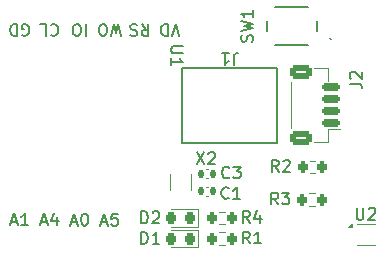
<source format=gbr>
%TF.GenerationSoftware,KiCad,Pcbnew,8.0.2*%
%TF.CreationDate,2024-05-18T21:01:54+12:00*%
%TF.ProjectId,yuzu-pcb,79757a75-2d70-4636-922e-6b696361645f,rev?*%
%TF.SameCoordinates,Original*%
%TF.FileFunction,Legend,Top*%
%TF.FilePolarity,Positive*%
%FSLAX46Y46*%
G04 Gerber Fmt 4.6, Leading zero omitted, Abs format (unit mm)*
G04 Created by KiCad (PCBNEW 8.0.2) date 2024-05-18 21:01:54*
%MOMM*%
%LPD*%
G01*
G04 APERTURE LIST*
G04 Aperture macros list*
%AMRoundRect*
0 Rectangle with rounded corners*
0 $1 Rounding radius*
0 $2 $3 $4 $5 $6 $7 $8 $9 X,Y pos of 4 corners*
0 Add a 4 corners polygon primitive as box body*
4,1,4,$2,$3,$4,$5,$6,$7,$8,$9,$2,$3,0*
0 Add four circle primitives for the rounded corners*
1,1,$1+$1,$2,$3*
1,1,$1+$1,$4,$5*
1,1,$1+$1,$6,$7*
1,1,$1+$1,$8,$9*
0 Add four rect primitives between the rounded corners*
20,1,$1+$1,$2,$3,$4,$5,0*
20,1,$1+$1,$4,$5,$6,$7,0*
20,1,$1+$1,$6,$7,$8,$9,0*
20,1,$1+$1,$8,$9,$2,$3,0*%
G04 Aperture macros list end*
%ADD10C,0.150000*%
%ADD11C,0.120000*%
%ADD12C,0.200000*%
%ADD13C,0.100000*%
%ADD14RoundRect,0.200000X0.200000X0.275000X-0.200000X0.275000X-0.200000X-0.275000X0.200000X-0.275000X0*%
%ADD15RoundRect,0.150000X0.625000X-0.150000X0.625000X0.150000X-0.625000X0.150000X-0.625000X-0.150000X0*%
%ADD16RoundRect,0.250000X0.650000X-0.350000X0.650000X0.350000X-0.650000X0.350000X-0.650000X-0.350000X0*%
%ADD17RoundRect,0.218750X0.218750X0.256250X-0.218750X0.256250X-0.218750X-0.256250X0.218750X-0.256250X0*%
%ADD18C,2.540000*%
%ADD19R,1.800000X1.000000*%
%ADD20RoundRect,0.140000X-0.140000X-0.170000X0.140000X-0.170000X0.140000X0.170000X-0.140000X0.170000X0*%
%ADD21C,1.878000*%
%ADD22RoundRect,0.200000X-0.200000X-0.275000X0.200000X-0.275000X0.200000X0.275000X-0.200000X0.275000X0*%
%ADD23R,0.500000X0.300000*%
%ADD24C,3.911600*%
%ADD25R,2.790000X0.740000*%
%ADD26R,0.800000X1.000000*%
%ADD27R,0.800000X0.999700*%
%ADD28R,1.000000X0.800000*%
%ADD29R,1.200000X0.800000*%
%ADD30R,1.000000X0.745000*%
%ADD31R,1.000000X0.765000*%
%ADD32R,1.000000X0.785000*%
%ADD33R,0.800000X1.200000*%
%ADD34R,1.000000X0.700000*%
G04 APERTURE END LIST*
D10*
X127623333Y-115454819D02*
X127290000Y-114978628D01*
X127051905Y-115454819D02*
X127051905Y-114454819D01*
X127051905Y-114454819D02*
X127432857Y-114454819D01*
X127432857Y-114454819D02*
X127528095Y-114502438D01*
X127528095Y-114502438D02*
X127575714Y-114550057D01*
X127575714Y-114550057D02*
X127623333Y-114645295D01*
X127623333Y-114645295D02*
X127623333Y-114788152D01*
X127623333Y-114788152D02*
X127575714Y-114883390D01*
X127575714Y-114883390D02*
X127528095Y-114931009D01*
X127528095Y-114931009D02*
X127432857Y-114978628D01*
X127432857Y-114978628D02*
X127051905Y-114978628D01*
X128004286Y-114550057D02*
X128051905Y-114502438D01*
X128051905Y-114502438D02*
X128147143Y-114454819D01*
X128147143Y-114454819D02*
X128385238Y-114454819D01*
X128385238Y-114454819D02*
X128480476Y-114502438D01*
X128480476Y-114502438D02*
X128528095Y-114550057D01*
X128528095Y-114550057D02*
X128575714Y-114645295D01*
X128575714Y-114645295D02*
X128575714Y-114740533D01*
X128575714Y-114740533D02*
X128528095Y-114883390D01*
X128528095Y-114883390D02*
X127956667Y-115454819D01*
X127956667Y-115454819D02*
X128575714Y-115454819D01*
X133654819Y-107983333D02*
X134369104Y-107983333D01*
X134369104Y-107983333D02*
X134511961Y-108030952D01*
X134511961Y-108030952D02*
X134607200Y-108126190D01*
X134607200Y-108126190D02*
X134654819Y-108269047D01*
X134654819Y-108269047D02*
X134654819Y-108364285D01*
X133750057Y-107554761D02*
X133702438Y-107507142D01*
X133702438Y-107507142D02*
X133654819Y-107411904D01*
X133654819Y-107411904D02*
X133654819Y-107173809D01*
X133654819Y-107173809D02*
X133702438Y-107078571D01*
X133702438Y-107078571D02*
X133750057Y-107030952D01*
X133750057Y-107030952D02*
X133845295Y-106983333D01*
X133845295Y-106983333D02*
X133940533Y-106983333D01*
X133940533Y-106983333D02*
X134083390Y-107030952D01*
X134083390Y-107030952D02*
X134654819Y-107602380D01*
X134654819Y-107602380D02*
X134654819Y-106983333D01*
X116001905Y-119804819D02*
X116001905Y-118804819D01*
X116001905Y-118804819D02*
X116240000Y-118804819D01*
X116240000Y-118804819D02*
X116382857Y-118852438D01*
X116382857Y-118852438D02*
X116478095Y-118947676D01*
X116478095Y-118947676D02*
X116525714Y-119042914D01*
X116525714Y-119042914D02*
X116573333Y-119233390D01*
X116573333Y-119233390D02*
X116573333Y-119376247D01*
X116573333Y-119376247D02*
X116525714Y-119566723D01*
X116525714Y-119566723D02*
X116478095Y-119661961D01*
X116478095Y-119661961D02*
X116382857Y-119757200D01*
X116382857Y-119757200D02*
X116240000Y-119804819D01*
X116240000Y-119804819D02*
X116001905Y-119804819D01*
X116954286Y-118900057D02*
X117001905Y-118852438D01*
X117001905Y-118852438D02*
X117097143Y-118804819D01*
X117097143Y-118804819D02*
X117335238Y-118804819D01*
X117335238Y-118804819D02*
X117430476Y-118852438D01*
X117430476Y-118852438D02*
X117478095Y-118900057D01*
X117478095Y-118900057D02*
X117525714Y-118995295D01*
X117525714Y-118995295D02*
X117525714Y-119090533D01*
X117525714Y-119090533D02*
X117478095Y-119233390D01*
X117478095Y-119233390D02*
X116906667Y-119804819D01*
X116906667Y-119804819D02*
X117525714Y-119804819D01*
X120680476Y-113804819D02*
X121347142Y-114804819D01*
X121347142Y-113804819D02*
X120680476Y-114804819D01*
X121680476Y-113900057D02*
X121728095Y-113852438D01*
X121728095Y-113852438D02*
X121823333Y-113804819D01*
X121823333Y-113804819D02*
X122061428Y-113804819D01*
X122061428Y-113804819D02*
X122156666Y-113852438D01*
X122156666Y-113852438D02*
X122204285Y-113900057D01*
X122204285Y-113900057D02*
X122251904Y-113995295D01*
X122251904Y-113995295D02*
X122251904Y-114090533D01*
X122251904Y-114090533D02*
X122204285Y-114233390D01*
X122204285Y-114233390D02*
X121632857Y-114804819D01*
X121632857Y-114804819D02*
X122251904Y-114804819D01*
X123453333Y-115909580D02*
X123405714Y-115957200D01*
X123405714Y-115957200D02*
X123262857Y-116004819D01*
X123262857Y-116004819D02*
X123167619Y-116004819D01*
X123167619Y-116004819D02*
X123024762Y-115957200D01*
X123024762Y-115957200D02*
X122929524Y-115861961D01*
X122929524Y-115861961D02*
X122881905Y-115766723D01*
X122881905Y-115766723D02*
X122834286Y-115576247D01*
X122834286Y-115576247D02*
X122834286Y-115433390D01*
X122834286Y-115433390D02*
X122881905Y-115242914D01*
X122881905Y-115242914D02*
X122929524Y-115147676D01*
X122929524Y-115147676D02*
X123024762Y-115052438D01*
X123024762Y-115052438D02*
X123167619Y-115004819D01*
X123167619Y-115004819D02*
X123262857Y-115004819D01*
X123262857Y-115004819D02*
X123405714Y-115052438D01*
X123405714Y-115052438D02*
X123453333Y-115100057D01*
X123786667Y-115004819D02*
X124405714Y-115004819D01*
X124405714Y-115004819D02*
X124072381Y-115385771D01*
X124072381Y-115385771D02*
X124215238Y-115385771D01*
X124215238Y-115385771D02*
X124310476Y-115433390D01*
X124310476Y-115433390D02*
X124358095Y-115481009D01*
X124358095Y-115481009D02*
X124405714Y-115576247D01*
X124405714Y-115576247D02*
X124405714Y-115814342D01*
X124405714Y-115814342D02*
X124358095Y-115909580D01*
X124358095Y-115909580D02*
X124310476Y-115957200D01*
X124310476Y-115957200D02*
X124215238Y-116004819D01*
X124215238Y-116004819D02*
X123929524Y-116004819D01*
X123929524Y-116004819D02*
X123834286Y-115957200D01*
X123834286Y-115957200D02*
X123786667Y-115909580D01*
X127583333Y-118204819D02*
X127250000Y-117728628D01*
X127011905Y-118204819D02*
X127011905Y-117204819D01*
X127011905Y-117204819D02*
X127392857Y-117204819D01*
X127392857Y-117204819D02*
X127488095Y-117252438D01*
X127488095Y-117252438D02*
X127535714Y-117300057D01*
X127535714Y-117300057D02*
X127583333Y-117395295D01*
X127583333Y-117395295D02*
X127583333Y-117538152D01*
X127583333Y-117538152D02*
X127535714Y-117633390D01*
X127535714Y-117633390D02*
X127488095Y-117681009D01*
X127488095Y-117681009D02*
X127392857Y-117728628D01*
X127392857Y-117728628D02*
X127011905Y-117728628D01*
X127916667Y-117204819D02*
X128535714Y-117204819D01*
X128535714Y-117204819D02*
X128202381Y-117585771D01*
X128202381Y-117585771D02*
X128345238Y-117585771D01*
X128345238Y-117585771D02*
X128440476Y-117633390D01*
X128440476Y-117633390D02*
X128488095Y-117681009D01*
X128488095Y-117681009D02*
X128535714Y-117776247D01*
X128535714Y-117776247D02*
X128535714Y-118014342D01*
X128535714Y-118014342D02*
X128488095Y-118109580D01*
X128488095Y-118109580D02*
X128440476Y-118157200D01*
X128440476Y-118157200D02*
X128345238Y-118204819D01*
X128345238Y-118204819D02*
X128059524Y-118204819D01*
X128059524Y-118204819D02*
X127964286Y-118157200D01*
X127964286Y-118157200D02*
X127916667Y-118109580D01*
X110065714Y-119719104D02*
X110541904Y-119719104D01*
X109970476Y-120004819D02*
X110303809Y-119004819D01*
X110303809Y-119004819D02*
X110637142Y-120004819D01*
X111160952Y-119004819D02*
X111256190Y-119004819D01*
X111256190Y-119004819D02*
X111351428Y-119052438D01*
X111351428Y-119052438D02*
X111399047Y-119100057D01*
X111399047Y-119100057D02*
X111446666Y-119195295D01*
X111446666Y-119195295D02*
X111494285Y-119385771D01*
X111494285Y-119385771D02*
X111494285Y-119623866D01*
X111494285Y-119623866D02*
X111446666Y-119814342D01*
X111446666Y-119814342D02*
X111399047Y-119909580D01*
X111399047Y-119909580D02*
X111351428Y-119957200D01*
X111351428Y-119957200D02*
X111256190Y-120004819D01*
X111256190Y-120004819D02*
X111160952Y-120004819D01*
X111160952Y-120004819D02*
X111065714Y-119957200D01*
X111065714Y-119957200D02*
X111018095Y-119909580D01*
X111018095Y-119909580D02*
X110970476Y-119814342D01*
X110970476Y-119814342D02*
X110922857Y-119623866D01*
X110922857Y-119623866D02*
X110922857Y-119385771D01*
X110922857Y-119385771D02*
X110970476Y-119195295D01*
X110970476Y-119195295D02*
X111018095Y-119100057D01*
X111018095Y-119100057D02*
X111065714Y-119052438D01*
X111065714Y-119052438D02*
X111160952Y-119004819D01*
X107525714Y-119669104D02*
X108001904Y-119669104D01*
X107430476Y-119954819D02*
X107763809Y-118954819D01*
X107763809Y-118954819D02*
X108097142Y-119954819D01*
X108859047Y-119288152D02*
X108859047Y-119954819D01*
X108620952Y-118907200D02*
X108382857Y-119621485D01*
X108382857Y-119621485D02*
X109001904Y-119621485D01*
X116026666Y-102945180D02*
X116359999Y-103421371D01*
X116598094Y-102945180D02*
X116598094Y-103945180D01*
X116598094Y-103945180D02*
X116217142Y-103945180D01*
X116217142Y-103945180D02*
X116121904Y-103897561D01*
X116121904Y-103897561D02*
X116074285Y-103849942D01*
X116074285Y-103849942D02*
X116026666Y-103754704D01*
X116026666Y-103754704D02*
X116026666Y-103611847D01*
X116026666Y-103611847D02*
X116074285Y-103516609D01*
X116074285Y-103516609D02*
X116121904Y-103468990D01*
X116121904Y-103468990D02*
X116217142Y-103421371D01*
X116217142Y-103421371D02*
X116598094Y-103421371D01*
X115645713Y-102992800D02*
X115502856Y-102945180D01*
X115502856Y-102945180D02*
X115264761Y-102945180D01*
X115264761Y-102945180D02*
X115169523Y-102992800D01*
X115169523Y-102992800D02*
X115121904Y-103040419D01*
X115121904Y-103040419D02*
X115074285Y-103135657D01*
X115074285Y-103135657D02*
X115074285Y-103230895D01*
X115074285Y-103230895D02*
X115121904Y-103326133D01*
X115121904Y-103326133D02*
X115169523Y-103373752D01*
X115169523Y-103373752D02*
X115264761Y-103421371D01*
X115264761Y-103421371D02*
X115455237Y-103468990D01*
X115455237Y-103468990D02*
X115550475Y-103516609D01*
X115550475Y-103516609D02*
X115598094Y-103564228D01*
X115598094Y-103564228D02*
X115645713Y-103659466D01*
X115645713Y-103659466D02*
X115645713Y-103754704D01*
X115645713Y-103754704D02*
X115598094Y-103849942D01*
X115598094Y-103849942D02*
X115550475Y-103897561D01*
X115550475Y-103897561D02*
X115455237Y-103945180D01*
X115455237Y-103945180D02*
X115217142Y-103945180D01*
X115217142Y-103945180D02*
X115074285Y-103897561D01*
X125203333Y-121504819D02*
X124870000Y-121028628D01*
X124631905Y-121504819D02*
X124631905Y-120504819D01*
X124631905Y-120504819D02*
X125012857Y-120504819D01*
X125012857Y-120504819D02*
X125108095Y-120552438D01*
X125108095Y-120552438D02*
X125155714Y-120600057D01*
X125155714Y-120600057D02*
X125203333Y-120695295D01*
X125203333Y-120695295D02*
X125203333Y-120838152D01*
X125203333Y-120838152D02*
X125155714Y-120933390D01*
X125155714Y-120933390D02*
X125108095Y-120981009D01*
X125108095Y-120981009D02*
X125012857Y-121028628D01*
X125012857Y-121028628D02*
X124631905Y-121028628D01*
X126155714Y-121504819D02*
X125584286Y-121504819D01*
X125870000Y-121504819D02*
X125870000Y-120504819D01*
X125870000Y-120504819D02*
X125774762Y-120647676D01*
X125774762Y-120647676D02*
X125679524Y-120742914D01*
X125679524Y-120742914D02*
X125584286Y-120790533D01*
X112605714Y-119719104D02*
X113081904Y-119719104D01*
X112510476Y-120004819D02*
X112843809Y-119004819D01*
X112843809Y-119004819D02*
X113177142Y-120004819D01*
X113986666Y-119004819D02*
X113510476Y-119004819D01*
X113510476Y-119004819D02*
X113462857Y-119481009D01*
X113462857Y-119481009D02*
X113510476Y-119433390D01*
X113510476Y-119433390D02*
X113605714Y-119385771D01*
X113605714Y-119385771D02*
X113843809Y-119385771D01*
X113843809Y-119385771D02*
X113939047Y-119433390D01*
X113939047Y-119433390D02*
X113986666Y-119481009D01*
X113986666Y-119481009D02*
X114034285Y-119576247D01*
X114034285Y-119576247D02*
X114034285Y-119814342D01*
X114034285Y-119814342D02*
X113986666Y-119909580D01*
X113986666Y-119909580D02*
X113939047Y-119957200D01*
X113939047Y-119957200D02*
X113843809Y-120004819D01*
X113843809Y-120004819D02*
X113605714Y-120004819D01*
X113605714Y-120004819D02*
X113510476Y-119957200D01*
X113510476Y-119957200D02*
X113462857Y-119909580D01*
X134238095Y-118504819D02*
X134238095Y-119314342D01*
X134238095Y-119314342D02*
X134285714Y-119409580D01*
X134285714Y-119409580D02*
X134333333Y-119457200D01*
X134333333Y-119457200D02*
X134428571Y-119504819D01*
X134428571Y-119504819D02*
X134619047Y-119504819D01*
X134619047Y-119504819D02*
X134714285Y-119457200D01*
X134714285Y-119457200D02*
X134761904Y-119409580D01*
X134761904Y-119409580D02*
X134809523Y-119314342D01*
X134809523Y-119314342D02*
X134809523Y-118504819D01*
X135238095Y-118600057D02*
X135285714Y-118552438D01*
X135285714Y-118552438D02*
X135380952Y-118504819D01*
X135380952Y-118504819D02*
X135619047Y-118504819D01*
X135619047Y-118504819D02*
X135714285Y-118552438D01*
X135714285Y-118552438D02*
X135761904Y-118600057D01*
X135761904Y-118600057D02*
X135809523Y-118695295D01*
X135809523Y-118695295D02*
X135809523Y-118790533D01*
X135809523Y-118790533D02*
X135761904Y-118933390D01*
X135761904Y-118933390D02*
X135190476Y-119504819D01*
X135190476Y-119504819D02*
X135809523Y-119504819D01*
X108335238Y-103040419D02*
X108382857Y-102992800D01*
X108382857Y-102992800D02*
X108525714Y-102945180D01*
X108525714Y-102945180D02*
X108620952Y-102945180D01*
X108620952Y-102945180D02*
X108763809Y-102992800D01*
X108763809Y-102992800D02*
X108859047Y-103088038D01*
X108859047Y-103088038D02*
X108906666Y-103183276D01*
X108906666Y-103183276D02*
X108954285Y-103373752D01*
X108954285Y-103373752D02*
X108954285Y-103516609D01*
X108954285Y-103516609D02*
X108906666Y-103707085D01*
X108906666Y-103707085D02*
X108859047Y-103802323D01*
X108859047Y-103802323D02*
X108763809Y-103897561D01*
X108763809Y-103897561D02*
X108620952Y-103945180D01*
X108620952Y-103945180D02*
X108525714Y-103945180D01*
X108525714Y-103945180D02*
X108382857Y-103897561D01*
X108382857Y-103897561D02*
X108335238Y-103849942D01*
X107430476Y-102945180D02*
X107906666Y-102945180D01*
X107906666Y-102945180D02*
X107906666Y-103945180D01*
X125203333Y-119754819D02*
X124870000Y-119278628D01*
X124631905Y-119754819D02*
X124631905Y-118754819D01*
X124631905Y-118754819D02*
X125012857Y-118754819D01*
X125012857Y-118754819D02*
X125108095Y-118802438D01*
X125108095Y-118802438D02*
X125155714Y-118850057D01*
X125155714Y-118850057D02*
X125203333Y-118945295D01*
X125203333Y-118945295D02*
X125203333Y-119088152D01*
X125203333Y-119088152D02*
X125155714Y-119183390D01*
X125155714Y-119183390D02*
X125108095Y-119231009D01*
X125108095Y-119231009D02*
X125012857Y-119278628D01*
X125012857Y-119278628D02*
X124631905Y-119278628D01*
X126060476Y-119088152D02*
X126060476Y-119754819D01*
X125822381Y-118707200D02*
X125584286Y-119421485D01*
X125584286Y-119421485D02*
X126203333Y-119421485D01*
X123403333Y-117659580D02*
X123355714Y-117707200D01*
X123355714Y-117707200D02*
X123212857Y-117754819D01*
X123212857Y-117754819D02*
X123117619Y-117754819D01*
X123117619Y-117754819D02*
X122974762Y-117707200D01*
X122974762Y-117707200D02*
X122879524Y-117611961D01*
X122879524Y-117611961D02*
X122831905Y-117516723D01*
X122831905Y-117516723D02*
X122784286Y-117326247D01*
X122784286Y-117326247D02*
X122784286Y-117183390D01*
X122784286Y-117183390D02*
X122831905Y-116992914D01*
X122831905Y-116992914D02*
X122879524Y-116897676D01*
X122879524Y-116897676D02*
X122974762Y-116802438D01*
X122974762Y-116802438D02*
X123117619Y-116754819D01*
X123117619Y-116754819D02*
X123212857Y-116754819D01*
X123212857Y-116754819D02*
X123355714Y-116802438D01*
X123355714Y-116802438D02*
X123403333Y-116850057D01*
X124355714Y-117754819D02*
X123784286Y-117754819D01*
X124070000Y-117754819D02*
X124070000Y-116754819D01*
X124070000Y-116754819D02*
X123974762Y-116897676D01*
X123974762Y-116897676D02*
X123879524Y-116992914D01*
X123879524Y-116992914D02*
X123784286Y-117040533D01*
X104985714Y-119669104D02*
X105461904Y-119669104D01*
X104890476Y-119954819D02*
X105223809Y-118954819D01*
X105223809Y-118954819D02*
X105557142Y-119954819D01*
X106414285Y-119954819D02*
X105842857Y-119954819D01*
X106128571Y-119954819D02*
X106128571Y-118954819D01*
X106128571Y-118954819D02*
X106033333Y-119097676D01*
X106033333Y-119097676D02*
X105938095Y-119192914D01*
X105938095Y-119192914D02*
X105842857Y-119240533D01*
X105938095Y-103897561D02*
X106033333Y-103945180D01*
X106033333Y-103945180D02*
X106176190Y-103945180D01*
X106176190Y-103945180D02*
X106319047Y-103897561D01*
X106319047Y-103897561D02*
X106414285Y-103802323D01*
X106414285Y-103802323D02*
X106461904Y-103707085D01*
X106461904Y-103707085D02*
X106509523Y-103516609D01*
X106509523Y-103516609D02*
X106509523Y-103373752D01*
X106509523Y-103373752D02*
X106461904Y-103183276D01*
X106461904Y-103183276D02*
X106414285Y-103088038D01*
X106414285Y-103088038D02*
X106319047Y-102992800D01*
X106319047Y-102992800D02*
X106176190Y-102945180D01*
X106176190Y-102945180D02*
X106080952Y-102945180D01*
X106080952Y-102945180D02*
X105938095Y-102992800D01*
X105938095Y-102992800D02*
X105890476Y-103040419D01*
X105890476Y-103040419D02*
X105890476Y-103373752D01*
X105890476Y-103373752D02*
X106080952Y-103373752D01*
X105461904Y-102945180D02*
X105461904Y-103945180D01*
X105461904Y-103945180D02*
X105223809Y-103945180D01*
X105223809Y-103945180D02*
X105080952Y-103897561D01*
X105080952Y-103897561D02*
X104985714Y-103802323D01*
X104985714Y-103802323D02*
X104938095Y-103707085D01*
X104938095Y-103707085D02*
X104890476Y-103516609D01*
X104890476Y-103516609D02*
X104890476Y-103373752D01*
X104890476Y-103373752D02*
X104938095Y-103183276D01*
X104938095Y-103183276D02*
X104985714Y-103088038D01*
X104985714Y-103088038D02*
X105080952Y-102992800D01*
X105080952Y-102992800D02*
X105223809Y-102945180D01*
X105223809Y-102945180D02*
X105461904Y-102945180D01*
X119233332Y-103945180D02*
X118899999Y-102945180D01*
X118899999Y-102945180D02*
X118566666Y-103945180D01*
X118233332Y-102945180D02*
X118233332Y-103945180D01*
X118233332Y-103945180D02*
X117995237Y-103945180D01*
X117995237Y-103945180D02*
X117852380Y-103897561D01*
X117852380Y-103897561D02*
X117757142Y-103802323D01*
X117757142Y-103802323D02*
X117709523Y-103707085D01*
X117709523Y-103707085D02*
X117661904Y-103516609D01*
X117661904Y-103516609D02*
X117661904Y-103373752D01*
X117661904Y-103373752D02*
X117709523Y-103183276D01*
X117709523Y-103183276D02*
X117757142Y-103088038D01*
X117757142Y-103088038D02*
X117852380Y-102992800D01*
X117852380Y-102992800D02*
X117995237Y-102945180D01*
X117995237Y-102945180D02*
X118233332Y-102945180D01*
X123823333Y-106395180D02*
X123823333Y-105680895D01*
X123823333Y-105680895D02*
X123870952Y-105538038D01*
X123870952Y-105538038D02*
X123966190Y-105442800D01*
X123966190Y-105442800D02*
X124109047Y-105395180D01*
X124109047Y-105395180D02*
X124204285Y-105395180D01*
X122823333Y-105395180D02*
X123394761Y-105395180D01*
X123109047Y-105395180D02*
X123109047Y-106395180D01*
X123109047Y-106395180D02*
X123204285Y-106252323D01*
X123204285Y-106252323D02*
X123299523Y-106157085D01*
X123299523Y-106157085D02*
X123394761Y-106109466D01*
X119535180Y-104838095D02*
X118725657Y-104838095D01*
X118725657Y-104838095D02*
X118630419Y-104885714D01*
X118630419Y-104885714D02*
X118582800Y-104933333D01*
X118582800Y-104933333D02*
X118535180Y-105028571D01*
X118535180Y-105028571D02*
X118535180Y-105219047D01*
X118535180Y-105219047D02*
X118582800Y-105314285D01*
X118582800Y-105314285D02*
X118630419Y-105361904D01*
X118630419Y-105361904D02*
X118725657Y-105409523D01*
X118725657Y-105409523D02*
X119535180Y-105409523D01*
X118535180Y-106409523D02*
X118535180Y-105838095D01*
X118535180Y-106123809D02*
X119535180Y-106123809D01*
X119535180Y-106123809D02*
X119392323Y-106028571D01*
X119392323Y-106028571D02*
X119297085Y-105933333D01*
X119297085Y-105933333D02*
X119249466Y-105838095D01*
X125397200Y-104433332D02*
X125444819Y-104290475D01*
X125444819Y-104290475D02*
X125444819Y-104052380D01*
X125444819Y-104052380D02*
X125397200Y-103957142D01*
X125397200Y-103957142D02*
X125349580Y-103909523D01*
X125349580Y-103909523D02*
X125254342Y-103861904D01*
X125254342Y-103861904D02*
X125159104Y-103861904D01*
X125159104Y-103861904D02*
X125063866Y-103909523D01*
X125063866Y-103909523D02*
X125016247Y-103957142D01*
X125016247Y-103957142D02*
X124968628Y-104052380D01*
X124968628Y-104052380D02*
X124921009Y-104242856D01*
X124921009Y-104242856D02*
X124873390Y-104338094D01*
X124873390Y-104338094D02*
X124825771Y-104385713D01*
X124825771Y-104385713D02*
X124730533Y-104433332D01*
X124730533Y-104433332D02*
X124635295Y-104433332D01*
X124635295Y-104433332D02*
X124540057Y-104385713D01*
X124540057Y-104385713D02*
X124492438Y-104338094D01*
X124492438Y-104338094D02*
X124444819Y-104242856D01*
X124444819Y-104242856D02*
X124444819Y-104004761D01*
X124444819Y-104004761D02*
X124492438Y-103861904D01*
X124444819Y-103528570D02*
X125444819Y-103290475D01*
X125444819Y-103290475D02*
X124730533Y-103099999D01*
X124730533Y-103099999D02*
X125444819Y-102909523D01*
X125444819Y-102909523D02*
X124444819Y-102671428D01*
X125444819Y-101766666D02*
X125444819Y-102338094D01*
X125444819Y-102052380D02*
X124444819Y-102052380D01*
X124444819Y-102052380D02*
X124587676Y-102147618D01*
X124587676Y-102147618D02*
X124682914Y-102242856D01*
X124682914Y-102242856D02*
X124730533Y-102338094D01*
X116001905Y-121554819D02*
X116001905Y-120554819D01*
X116001905Y-120554819D02*
X116240000Y-120554819D01*
X116240000Y-120554819D02*
X116382857Y-120602438D01*
X116382857Y-120602438D02*
X116478095Y-120697676D01*
X116478095Y-120697676D02*
X116525714Y-120792914D01*
X116525714Y-120792914D02*
X116573333Y-120983390D01*
X116573333Y-120983390D02*
X116573333Y-121126247D01*
X116573333Y-121126247D02*
X116525714Y-121316723D01*
X116525714Y-121316723D02*
X116478095Y-121411961D01*
X116478095Y-121411961D02*
X116382857Y-121507200D01*
X116382857Y-121507200D02*
X116240000Y-121554819D01*
X116240000Y-121554819D02*
X116001905Y-121554819D01*
X117525714Y-121554819D02*
X116954286Y-121554819D01*
X117240000Y-121554819D02*
X117240000Y-120554819D01*
X117240000Y-120554819D02*
X117144762Y-120697676D01*
X117144762Y-120697676D02*
X117049524Y-120792914D01*
X117049524Y-120792914D02*
X116954286Y-120840533D01*
X114272380Y-103945180D02*
X114034285Y-102945180D01*
X114034285Y-102945180D02*
X113843809Y-103659466D01*
X113843809Y-103659466D02*
X113653333Y-102945180D01*
X113653333Y-102945180D02*
X113415238Y-103945180D01*
X112843809Y-103945180D02*
X112653333Y-103945180D01*
X112653333Y-103945180D02*
X112558095Y-103897561D01*
X112558095Y-103897561D02*
X112462857Y-103802323D01*
X112462857Y-103802323D02*
X112415238Y-103611847D01*
X112415238Y-103611847D02*
X112415238Y-103278514D01*
X112415238Y-103278514D02*
X112462857Y-103088038D01*
X112462857Y-103088038D02*
X112558095Y-102992800D01*
X112558095Y-102992800D02*
X112653333Y-102945180D01*
X112653333Y-102945180D02*
X112843809Y-102945180D01*
X112843809Y-102945180D02*
X112939047Y-102992800D01*
X112939047Y-102992800D02*
X113034285Y-103088038D01*
X113034285Y-103088038D02*
X113081904Y-103278514D01*
X113081904Y-103278514D02*
X113081904Y-103611847D01*
X113081904Y-103611847D02*
X113034285Y-103802323D01*
X113034285Y-103802323D02*
X112939047Y-103897561D01*
X112939047Y-103897561D02*
X112843809Y-103945180D01*
X111303808Y-102945180D02*
X111303808Y-103945180D01*
X110637142Y-103945180D02*
X110446666Y-103945180D01*
X110446666Y-103945180D02*
X110351428Y-103897561D01*
X110351428Y-103897561D02*
X110256190Y-103802323D01*
X110256190Y-103802323D02*
X110208571Y-103611847D01*
X110208571Y-103611847D02*
X110208571Y-103278514D01*
X110208571Y-103278514D02*
X110256190Y-103088038D01*
X110256190Y-103088038D02*
X110351428Y-102992800D01*
X110351428Y-102992800D02*
X110446666Y-102945180D01*
X110446666Y-102945180D02*
X110637142Y-102945180D01*
X110637142Y-102945180D02*
X110732380Y-102992800D01*
X110732380Y-102992800D02*
X110827618Y-103088038D01*
X110827618Y-103088038D02*
X110875237Y-103278514D01*
X110875237Y-103278514D02*
X110875237Y-103611847D01*
X110875237Y-103611847D02*
X110827618Y-103802323D01*
X110827618Y-103802323D02*
X110732380Y-103897561D01*
X110732380Y-103897561D02*
X110637142Y-103945180D01*
D11*
%TO.C,R2*%
X130727258Y-114527500D02*
X130252742Y-114527500D01*
X130727258Y-115572500D02*
X130252742Y-115572500D01*
%TO.C,J2*%
X128690000Y-111740000D02*
X128690000Y-107860000D01*
X130660000Y-106690000D02*
X131810000Y-106690000D01*
X130660000Y-112910000D02*
X131810000Y-112910000D01*
X131810000Y-106690000D02*
X131810000Y-107740000D01*
X131810000Y-111860000D02*
X132800000Y-111860000D01*
X131810000Y-112910000D02*
X131810000Y-111860000D01*
%TO.C,D2*%
X118520000Y-120085000D02*
X120805000Y-120085000D01*
X120805000Y-118615000D02*
X118520000Y-118615000D01*
X120805000Y-120085000D02*
X120805000Y-118615000D01*
%TO.C,X2*%
X118445000Y-117025000D02*
X118445000Y-115675000D01*
X120195000Y-117025000D02*
X120195000Y-115675000D01*
%TO.C,C3*%
X121462164Y-115240000D02*
X121677836Y-115240000D01*
X121462164Y-115960000D02*
X121677836Y-115960000D01*
%TO.C,R3*%
X130687258Y-117277500D02*
X130212742Y-117277500D01*
X130687258Y-118322500D02*
X130212742Y-118322500D01*
%TO.C,R1*%
X122582742Y-120577500D02*
X123057258Y-120577500D01*
X122582742Y-121622500D02*
X123057258Y-121622500D01*
%TO.C,U2*%
X134250000Y-119890000D02*
X135750000Y-119890000D01*
X134250000Y-121610000D02*
X135750000Y-121610000D01*
X133800000Y-120150000D02*
X133520000Y-120150000D01*
X133800000Y-119870000D01*
X133800000Y-120150000D01*
G36*
X133800000Y-120150000D02*
G01*
X133520000Y-120150000D01*
X133800000Y-119870000D01*
X133800000Y-120150000D01*
G37*
%TO.C,R4*%
X122582742Y-118827500D02*
X123057258Y-118827500D01*
X122582742Y-119872500D02*
X123057258Y-119872500D01*
%TO.C,C1*%
X121462164Y-116740000D02*
X121677836Y-116740000D01*
X121462164Y-117460000D02*
X121677836Y-117460000D01*
D10*
%TO.C,J1*%
X119450000Y-106650000D02*
X119450000Y-113050000D01*
X119450000Y-106650000D02*
X127450000Y-106650000D01*
X119450000Y-113050000D02*
X127450000Y-113050000D01*
X127450000Y-106650000D02*
X127450000Y-113050000D01*
D12*
%TO.C,SW1*%
X126640000Y-102700000D02*
X126640000Y-103500000D01*
X130140000Y-101500000D02*
X127340000Y-101500000D01*
X130140000Y-104700000D02*
X127340000Y-104700000D01*
X130840000Y-103500000D02*
X130840000Y-102700000D01*
D13*
X131940000Y-104175000D02*
X131940000Y-104175000D01*
X132040000Y-104175000D02*
X132040000Y-104175000D01*
X131940000Y-104175000D02*
G75*
G02*
X132040000Y-104175000I50000J0D01*
G01*
X132040000Y-104175000D02*
G75*
G02*
X131940000Y-104175000I-50000J0D01*
G01*
D11*
%TO.C,D1*%
X118520000Y-121835000D02*
X120805000Y-121835000D01*
X120805000Y-120365000D02*
X118520000Y-120365000D01*
X120805000Y-121835000D02*
X120805000Y-120365000D01*
%TD*%
%LPC*%
D14*
%TO.C,R2*%
X131315000Y-115050000D03*
X129665000Y-115050000D03*
%TD*%
D15*
%TO.C,J2*%
X132025000Y-111300000D03*
X132025000Y-110300000D03*
X132025000Y-109300000D03*
X132025000Y-108300000D03*
D16*
X129500000Y-112600000D03*
X129500000Y-107000000D03*
%TD*%
D17*
%TO.C,D2*%
X120107500Y-119350000D03*
X118532500Y-119350000D03*
%TD*%
D18*
%TO.C,REF\u002A\u002A*%
X102500000Y-120500000D03*
%TD*%
D19*
%TO.C,X2*%
X119320000Y-115100000D03*
X119320000Y-117600000D03*
%TD*%
D20*
%TO.C,C3*%
X121090000Y-115600000D03*
X122050000Y-115600000D03*
%TD*%
D14*
%TO.C,R3*%
X131275000Y-117800000D03*
X129625000Y-117800000D03*
%TD*%
D21*
%TO.C,TP3*%
X110780000Y-121600000D03*
%TD*%
%TO.C,TP2*%
X108240000Y-121600000D03*
%TD*%
%TO.C,TP9*%
X115860000Y-101400000D03*
%TD*%
D22*
%TO.C,R1*%
X121995000Y-121100000D03*
X123645000Y-121100000D03*
%TD*%
D21*
%TO.C,TP4*%
X113320000Y-121600000D03*
%TD*%
D23*
%TO.C,U2*%
X134300000Y-120350000D03*
X134300000Y-121150000D03*
X135700000Y-121150000D03*
X135700000Y-120350000D03*
%TD*%
D21*
%TO.C,TP6*%
X108240000Y-101400000D03*
%TD*%
D22*
%TO.C,R4*%
X121995000Y-119350000D03*
X123645000Y-119350000D03*
%TD*%
D20*
%TO.C,C1*%
X121090000Y-117100000D03*
X122050000Y-117100000D03*
%TD*%
D21*
%TO.C,TP1*%
X105700000Y-121600000D03*
%TD*%
%TO.C,TP5*%
X105700000Y-101400000D03*
%TD*%
D24*
%TO.C,REF\u002A\u002A*%
X134500000Y-102500000D03*
%TD*%
D18*
%TO.C,REF\u002A\u002A*%
X102500000Y-102500000D03*
%TD*%
D21*
%TO.C,TP10*%
X118400000Y-101400000D03*
%TD*%
D25*
%TO.C,J1*%
X125482000Y-112390000D03*
X121418000Y-112390000D03*
X125482000Y-111120000D03*
X121418000Y-111120000D03*
X125482000Y-109850000D03*
X121418000Y-109850000D03*
X125482000Y-108580000D03*
X121418000Y-108580000D03*
X125482000Y-107310000D03*
X121418000Y-107310000D03*
%TD*%
D26*
%TO.C,U1*%
X103950000Y-117500000D03*
X105220000Y-117500000D03*
X106490000Y-117500000D03*
X107760000Y-117500000D03*
X109030000Y-117500000D03*
X110300000Y-117500000D03*
X111570000Y-117500000D03*
X112840000Y-117500000D03*
D27*
X114107200Y-117500150D03*
D26*
X115380000Y-117500000D03*
D28*
X117480000Y-115945000D03*
D29*
X115680000Y-115309750D03*
D28*
X117480000Y-114675000D03*
D29*
X115680000Y-114039750D03*
D30*
X117480000Y-113377500D03*
D29*
X115680000Y-112769750D03*
D31*
X117480000Y-112117500D03*
D29*
X115680000Y-111499750D03*
D32*
X117480000Y-110857500D03*
D29*
X115680000Y-110229750D03*
D28*
X117480000Y-109595000D03*
D29*
X115680000Y-108959750D03*
D28*
X117480000Y-108325000D03*
D29*
X115680000Y-107690000D03*
D28*
X117480000Y-107055000D03*
D26*
X115380000Y-105500000D03*
X114110000Y-105500000D03*
D33*
X113475000Y-107300000D03*
D26*
X112840000Y-105500000D03*
D33*
X112205000Y-107300000D03*
D26*
X111570000Y-105500000D03*
D33*
X110935000Y-107300000D03*
D26*
X110300000Y-105500000D03*
D33*
X109665000Y-107300000D03*
D26*
X109030000Y-105500000D03*
D33*
X108395000Y-107300000D03*
D26*
X107760000Y-105500000D03*
D33*
X107125000Y-107300000D03*
D26*
X106490000Y-105500000D03*
D33*
X105855000Y-107300000D03*
D27*
X105222800Y-105499850D03*
D33*
X104590000Y-107300000D03*
D26*
X103950000Y-105500000D03*
%TD*%
D34*
%TO.C,SW1*%
X130990000Y-104175000D03*
X126490000Y-104175000D03*
X130990000Y-102025000D03*
X126490000Y-102025000D03*
%TD*%
D17*
%TO.C,D1*%
X120107500Y-121100000D03*
X118532500Y-121100000D03*
%TD*%
D21*
%TO.C,TP8*%
X113320000Y-101400000D03*
%TD*%
%TO.C,TP7*%
X110780000Y-101400000D03*
%TD*%
%LPD*%
M02*

</source>
